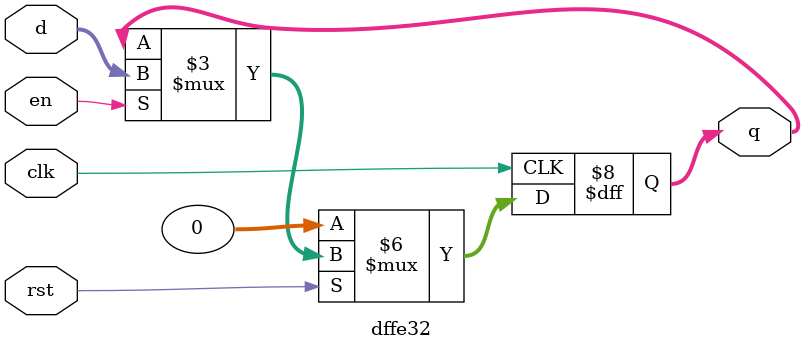
<source format=v>
`timescale 1ns / 1ps
module dffe32(d,clk,rst,en,q);
input wire [31:0] d;
input wire clk,rst,en;
output reg [31:0] q;
always @(posedge clk) begin
	if(~rst) q<=0; else begin
		if(en) q<=d;
	end
end

endmodule

</source>
